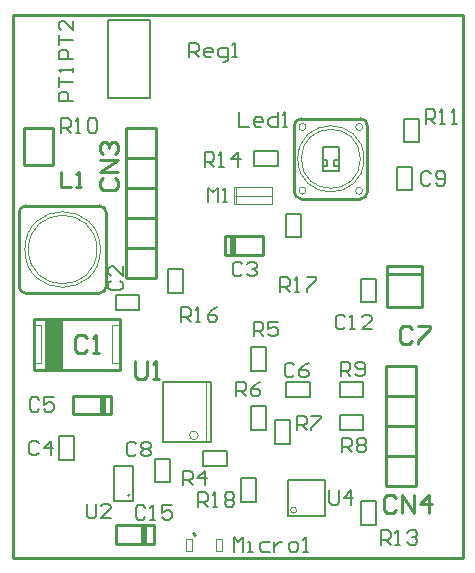
<source format=gto>
%FSLAX25Y25*%
%MOIN*%
G70*
G01*
G75*
%ADD10R,0.05906X0.03937*%
%ADD11R,0.03937X0.05906*%
%ADD12R,0.11024X0.07874*%
%ADD13R,0.05512X0.07087*%
%ADD14R,0.07874X0.14961*%
%ADD15R,0.10000X0.20000*%
%ADD16R,0.01700X0.06600*%
%ADD17R,0.15748X0.07874*%
%ADD18R,0.10000X0.03000*%
%ADD19R,0.09000X0.15000*%
%ADD20R,0.08465X0.05000*%
%ADD21R,0.03500X0.05000*%
%ADD22R,0.04200X0.02600*%
%ADD23R,0.05512X0.06299*%
%ADD24R,0.09449X0.06299*%
%ADD25C,0.02000*%
%ADD26C,0.05000*%
%ADD27C,0.06000*%
%ADD28C,0.04500*%
%ADD29C,0.05500*%
%ADD30C,0.01500*%
%ADD31C,0.03000*%
%ADD32C,0.04000*%
%ADD33C,0.02500*%
%ADD34C,0.01000*%
%ADD35R,0.08000X0.04428*%
%ADD36R,0.07572X0.06428*%
%ADD37R,0.06500X0.08500*%
%ADD38R,0.04500X0.03500*%
%ADD39R,0.04000X0.12000*%
%ADD40R,0.04700X0.09400*%
%ADD41R,0.10000X0.05200*%
%ADD42R,0.15100X0.28000*%
%ADD43R,0.08000X0.06500*%
%ADD44R,0.07500X0.03500*%
%ADD45C,0.07874*%
%ADD46C,0.13780*%
%ADD47C,0.10000*%
%ADD48C,0.04000*%
%ADD49C,0.07000*%
%ADD50C,0.05000*%
%ADD51R,0.04724X0.09449*%
%ADD52R,0.11024X0.04724*%
%ADD53R,0.23500X0.29000*%
%ADD54C,0.00394*%
%ADD55C,0.00200*%
%ADD56C,0.00300*%
%ADD57C,0.00197*%
%ADD58C,0.00500*%
%ADD59C,0.00787*%
%ADD60C,0.00050*%
%ADD61C,0.00800*%
%ADD62R,0.02100X0.06299*%
%ADD63R,0.06000X0.16929*%
%ADD64R,0.02100X0.06299*%
%ADD65R,0.02300X0.06299*%
D34*
X83295Y111976D02*
G03*
X85658Y109614I2362J0D01*
G01*
Y136386D02*
G03*
X83295Y134024I0J-2362D01*
G01*
X105342Y109614D02*
G03*
X107705Y111976I0J2362D01*
G01*
Y134024D02*
G03*
X105342Y136386I-2362J0D01*
G01*
X20667Y104972D02*
G03*
X18305Y107334I-2362J0D01*
G01*
X18305Y78200D02*
G03*
X20667Y80562I0J2362D01*
G01*
X-8467D02*
G03*
X-6105Y78200I2362J0D01*
G01*
X-6105Y107334D02*
G03*
X-8467Y104972I0J-2362D01*
G01*
X27100Y103100D02*
X27200Y103200D01*
X37100D01*
X27100Y113200D02*
X37100D01*
X27100Y123200D02*
X37100D01*
X27100Y133200D02*
X37100D01*
X27100Y83200D02*
Y133200D01*
Y83200D02*
X37100D01*
Y133200D01*
X27100Y93200D02*
X37100D01*
X114000Y23700D02*
X114100Y23800D01*
X124000D01*
X114000Y33800D02*
X124000D01*
X114000Y43800D02*
X124000D01*
X114000Y53800D02*
X124000D01*
X114000Y13800D02*
Y53800D01*
Y13800D02*
X124000D01*
Y53800D01*
X-6842Y120795D02*
X3000D01*
X-6842D02*
Y133394D01*
X3000D01*
Y120795D02*
Y133394D01*
X23821Y-5500D02*
X36419D01*
Y799D01*
X23821D02*
X36419D01*
X23821Y-5500D02*
Y799D01*
X-3581Y52735D02*
Y69665D01*
X25159Y52735D02*
Y69665D01*
X-3581D02*
X25159D01*
X-3581Y52735D02*
X25159D01*
X107705Y111976D02*
Y134024D01*
X83295Y111976D02*
Y134024D01*
X85658Y109614D02*
X105342D01*
X85658Y136386D02*
X105342D01*
X49600Y-1800D02*
X50100Y-2300D01*
X-6105Y107334D02*
X18305D01*
X20667Y80562D02*
Y104972D01*
X-6105Y78200D02*
X18305D01*
X-8467Y80562D02*
Y104972D01*
X60387Y91050D02*
X72986D01*
X60387Y97350D02*
X72986D01*
Y91050D02*
Y97350D01*
X60387Y91050D02*
Y97350D01*
X9720Y37800D02*
X22319D01*
Y44099D01*
X9720D02*
X22319D01*
X9720Y37800D02*
Y44099D01*
X125800Y73514D02*
Y87294D01*
X114383D02*
X125800D01*
X114383Y73514D02*
Y87294D01*
Y73514D02*
X125800D01*
X114483Y84594D02*
X125800D01*
X30100Y55698D02*
Y50700D01*
X31100Y49700D01*
X33099D01*
X34099Y50700D01*
Y55698D01*
X36098Y49700D02*
X38097D01*
X37098D01*
Y55698D01*
X36098Y54698D01*
X5600Y118698D02*
Y113700D01*
X8932D01*
X10598D02*
X12264D01*
X11431D01*
Y118698D01*
X10598Y117865D01*
X117099Y9998D02*
X116099Y10998D01*
X114100D01*
X113100Y9998D01*
Y6000D01*
X114100Y5000D01*
X116099D01*
X117099Y6000D01*
X119098Y5000D02*
Y10998D01*
X123097Y5000D01*
Y10998D01*
X128095Y5000D02*
Y10998D01*
X125096Y7999D01*
X129095D01*
X19602Y116699D02*
X18602Y115699D01*
Y113700D01*
X19602Y112700D01*
X23600D01*
X24600Y113700D01*
Y115699D01*
X23600Y116699D01*
X24600Y118698D02*
X18602D01*
X24600Y122697D01*
X18602D01*
X19602Y124696D02*
X18602Y125696D01*
Y127695D01*
X19602Y128695D01*
X20601D01*
X21601Y127695D01*
Y126696D01*
Y127695D01*
X22601Y128695D01*
X23600D01*
X24600Y127695D01*
Y125696D01*
X23600Y124696D01*
X122699Y66298D02*
X121699Y67298D01*
X119700D01*
X118700Y66298D01*
Y62300D01*
X119700Y61300D01*
X121699D01*
X122699Y62300D01*
X124698Y67298D02*
X128697D01*
Y66298D01*
X124698Y62300D01*
Y61300D01*
X14099Y63198D02*
X13099Y64198D01*
X11100D01*
X10100Y63198D01*
Y59200D01*
X11100Y58200D01*
X13099D01*
X14099Y59200D01*
X16098Y58200D02*
X18097D01*
X17098D01*
Y64198D01*
X16098Y63198D01*
X139500Y-10000D02*
Y171000D01*
X-10500Y-10000D02*
X139500D01*
X-10500Y171000D02*
X139500D01*
X-10500Y-10000D02*
Y171000D01*
D54*
X105342Y123000D02*
G03*
X105342Y123000I-9843J0D01*
G01*
X87232Y133630D02*
G03*
X87232Y133630I-1181J0D01*
G01*
Y112370D02*
G03*
X87232Y112370I-1181J0D01*
G01*
X106130D02*
G03*
X106130Y112370I-1181J0D01*
G01*
Y133630D02*
G03*
X106130Y133630I-1181J0D01*
G01*
X106524Y123000D02*
G03*
X106524Y123000I-11024J0D01*
G01*
X18698Y92767D02*
G03*
X18698Y92767I-12598J0D01*
G01*
X17517D02*
G03*
X17517Y92767I-11417J0D01*
G01*
X22600Y67499D02*
X24962D01*
X22600Y54901D02*
Y67499D01*
Y54901D02*
X25159D01*
X-3581D02*
X-1022D01*
Y67499D01*
X-3581D02*
X-1022D01*
X57116Y-7674D02*
X59084D01*
X47116D02*
X49084D01*
X57116Y-3737D02*
X59084D01*
Y-7674D02*
Y-3737D01*
X57116Y-7674D02*
Y-3737D01*
X47116D02*
X49084D01*
Y-7674D02*
Y-3737D01*
X47116Y-7674D02*
Y-3737D01*
D55*
X84100Y5887D02*
G03*
X84100Y5887I-1000J0D01*
G01*
X54000Y28638D02*
Y48323D01*
X63339Y113511D02*
X75839D01*
X63339Y107881D02*
Y113511D01*
Y107881D02*
X75839D01*
Y113511D01*
D56*
X51290Y30803D02*
G03*
X51290Y30803I-1438J0D01*
G01*
D57*
X28475Y10900D02*
G03*
X28475Y10900I-394J0D01*
G01*
D58*
X80639Y104700D02*
X85561D01*
Y96826D02*
Y104700D01*
X80639Y96826D02*
X85561D01*
X80639D02*
Y104700D01*
X5039Y22626D02*
Y30500D01*
Y22626D02*
X9961D01*
Y30500D01*
X5039D02*
X9961D01*
X80600Y43739D02*
X88474D01*
Y48661D01*
X80600D02*
X88474D01*
X80600Y43739D02*
Y48661D01*
X41961Y15200D02*
Y23074D01*
X37039D02*
X41961D01*
X37039Y15200D02*
Y23074D01*
Y15200D02*
X41961D01*
X122461Y112500D02*
Y120374D01*
X117539D02*
X122461D01*
X117539Y112500D02*
Y120374D01*
Y112500D02*
X122461D01*
X110561Y75200D02*
Y83074D01*
X105639D02*
X110561D01*
X105639Y75200D02*
Y83074D01*
Y75200D02*
X110561D01*
X52926Y25461D02*
X60800D01*
X52926Y20539D02*
Y25461D01*
Y20539D02*
X60800D01*
Y25461D01*
X69039Y52326D02*
Y60200D01*
Y52326D02*
X73961D01*
Y60200D01*
X69039D02*
X73961D01*
X69039Y32626D02*
Y40500D01*
Y32626D02*
X73961D01*
Y40500D01*
X69039D02*
X73961D01*
X81961Y28000D02*
Y35874D01*
X77039D02*
X81961D01*
X77039Y28000D02*
Y35874D01*
Y28000D02*
X81961D01*
X98500Y32539D02*
X106374D01*
Y37461D01*
X98500D02*
X106374D01*
X98500Y32539D02*
Y37461D01*
Y43739D02*
X106374D01*
Y48661D01*
X98500D02*
X106374D01*
X98500Y43739D02*
Y48661D01*
X124961Y128500D02*
Y136374D01*
X120039D02*
X124961D01*
X120039Y128500D02*
Y136374D01*
Y128500D02*
X124961D01*
X110461Y1000D02*
Y8874D01*
X105539D02*
X110461D01*
X105539Y1000D02*
Y8874D01*
Y1000D02*
X110461D01*
X70000Y120539D02*
X77874D01*
Y125461D01*
X70000D02*
X77874D01*
X70000Y120539D02*
Y125461D01*
X41139Y78326D02*
Y86200D01*
Y78326D02*
X46061D01*
Y86200D01*
X41139D02*
X46061D01*
X70561Y8700D02*
Y16574D01*
X65639D02*
X70561D01*
X65639Y8700D02*
Y16574D01*
Y8700D02*
X70561D01*
X23726Y77661D02*
X31600D01*
X23726Y72739D02*
Y77661D01*
Y72739D02*
X31600D01*
Y77661D01*
X92941Y119063D02*
Y126937D01*
Y119063D02*
X98059D01*
Y126937D01*
X92941D02*
X98059D01*
X92941Y120638D02*
X94319D01*
Y122606D01*
X92941D02*
X94319D01*
X96681D02*
X98059D01*
X96681Y120638D02*
Y122606D01*
Y120638D02*
X98059D01*
X81200Y16087D02*
X93400D01*
Y3887D02*
Y16087D01*
X81200Y3887D02*
Y16087D01*
Y3887D02*
X93400D01*
X55500Y28500D02*
Y48500D01*
X39400Y28500D02*
X55500D01*
X39400D02*
Y48500D01*
X55500D01*
X23232Y9031D02*
Y20449D01*
Y9031D02*
X29630D01*
Y20449D01*
X23232D02*
X29630D01*
D59*
X21309Y143153D02*
Y169137D01*
Y143153D02*
X35285D01*
Y169137D01*
X21309D02*
X35285D01*
X-1851Y28136D02*
X-2639Y28923D01*
X-4213D01*
X-5000Y28136D01*
Y24987D01*
X-4213Y24200D01*
X-2639D01*
X-1851Y24987D01*
X2084Y24200D02*
Y28923D01*
X-277Y26561D01*
X2871D01*
D60*
X63832Y107881D02*
Y113511D01*
X63339Y110637D02*
X75839D01*
D61*
X78600Y78700D02*
Y83499D01*
X80999D01*
X81799Y82699D01*
Y81099D01*
X80999Y80300D01*
X78600D01*
X80199D02*
X81799Y78700D01*
X83398D02*
X84998D01*
X84198D01*
Y83499D01*
X83398Y82699D01*
X87397Y83499D02*
X90596D01*
Y82699D01*
X87397Y79500D01*
Y78700D01*
X48300Y156900D02*
Y161698D01*
X50699D01*
X51499Y160899D01*
Y159299D01*
X50699Y158500D01*
X48300D01*
X49900D02*
X51499Y156900D01*
X55498D02*
X53898D01*
X53098Y157700D01*
Y159299D01*
X53898Y160099D01*
X55498D01*
X56297Y159299D01*
Y158500D01*
X53098D01*
X59496Y155300D02*
X60296D01*
X61096Y156100D01*
Y160099D01*
X58697D01*
X57897Y159299D01*
Y157700D01*
X58697Y156900D01*
X61096D01*
X62695D02*
X64295D01*
X63495D01*
Y161698D01*
X62695Y160899D01*
X63100Y-7900D02*
Y-3101D01*
X64700Y-4701D01*
X66299Y-3101D01*
Y-7900D01*
X67898D02*
X69498D01*
X68698D01*
Y-4701D01*
X67898D01*
X75096D02*
X72697D01*
X71897Y-5501D01*
Y-7100D01*
X72697Y-7900D01*
X75096D01*
X76696Y-4701D02*
Y-7900D01*
Y-6301D01*
X77495Y-5501D01*
X78295Y-4701D01*
X79095D01*
X82294Y-7900D02*
X83893D01*
X84693Y-7100D01*
Y-5501D01*
X83893Y-4701D01*
X82294D01*
X81494Y-5501D01*
Y-7100D01*
X82294Y-7900D01*
X86292D02*
X87892D01*
X87092D01*
Y-3101D01*
X86292Y-3901D01*
X33699Y6699D02*
X32899Y7498D01*
X31300D01*
X30500Y6699D01*
Y3500D01*
X31300Y2700D01*
X32899D01*
X33699Y3500D01*
X35298Y2700D02*
X36898D01*
X36098D01*
Y7498D01*
X35298Y6699D01*
X42496Y7498D02*
X39297D01*
Y5099D01*
X40897Y5899D01*
X41696D01*
X42496Y5099D01*
Y3500D01*
X41696Y2700D01*
X40097D01*
X39297Y3500D01*
X95000Y12498D02*
Y8500D01*
X95800Y7700D01*
X97399D01*
X98199Y8500D01*
Y12498D01*
X102198Y7700D02*
Y12498D01*
X99799Y10099D01*
X102997D01*
X14100Y8098D02*
Y4100D01*
X14900Y3300D01*
X16499D01*
X17299Y4100D01*
Y8098D01*
X22097Y3300D02*
X18898D01*
X22097Y6499D01*
Y7299D01*
X21298Y8098D01*
X19698D01*
X18898Y7299D01*
X51300Y7000D02*
Y11798D01*
X53699D01*
X54499Y10999D01*
Y9399D01*
X53699Y8600D01*
X51300D01*
X52899D02*
X54499Y7000D01*
X56099D02*
X57698D01*
X56898D01*
Y11798D01*
X56099Y10999D01*
X60097D02*
X60897Y11798D01*
X62496D01*
X63296Y10999D01*
Y10199D01*
X62496Y9399D01*
X63296Y8600D01*
Y7800D01*
X62496Y7000D01*
X60897D01*
X60097Y7800D01*
Y8600D01*
X60897Y9399D01*
X60097Y10199D01*
Y10999D01*
X60897Y9399D02*
X62496D01*
X45600Y68700D02*
Y73498D01*
X47999D01*
X48799Y72699D01*
Y71099D01*
X47999Y70300D01*
X45600D01*
X47199D02*
X48799Y68700D01*
X50398D02*
X51998D01*
X51198D01*
Y73498D01*
X50398Y72699D01*
X57596Y73498D02*
X55997Y72699D01*
X54397Y71099D01*
Y69500D01*
X55197Y68700D01*
X56796D01*
X57596Y69500D01*
Y70300D01*
X56796Y71099D01*
X54397D01*
X53400Y120400D02*
Y125198D01*
X55799D01*
X56599Y124399D01*
Y122799D01*
X55799Y122000D01*
X53400D01*
X55000D02*
X56599Y120400D01*
X58198D02*
X59798D01*
X58998D01*
Y125198D01*
X58198Y124399D01*
X64596Y120400D02*
Y125198D01*
X62197Y122799D01*
X65396D01*
X112200Y-5600D02*
Y-802D01*
X114599D01*
X115399Y-1601D01*
Y-3201D01*
X114599Y-4000D01*
X112200D01*
X113800D02*
X115399Y-5600D01*
X116999D02*
X118598D01*
X117798D01*
Y-802D01*
X116999Y-1601D01*
X120997D02*
X121797Y-802D01*
X123396D01*
X124196Y-1601D01*
Y-2401D01*
X123396Y-3201D01*
X122597D01*
X123396D01*
X124196Y-4000D01*
Y-4800D01*
X123396Y-5600D01*
X121797D01*
X120997Y-4800D01*
X127100Y134700D02*
Y139498D01*
X129499D01*
X130299Y138699D01*
Y137099D01*
X129499Y136300D01*
X127100D01*
X128700D02*
X130299Y134700D01*
X131898D02*
X133498D01*
X132698D01*
Y139498D01*
X131898Y138699D01*
X135897Y134700D02*
X137497D01*
X136697D01*
Y139498D01*
X135897Y138699D01*
X5600Y131700D02*
Y136498D01*
X7999D01*
X8799Y135699D01*
Y134099D01*
X7999Y133300D01*
X5600D01*
X7199D02*
X8799Y131700D01*
X10398D02*
X11998D01*
X11198D01*
Y136498D01*
X10398Y135699D01*
X14397D02*
X15197Y136498D01*
X16796D01*
X17596Y135699D01*
Y132500D01*
X16796Y131700D01*
X15197D01*
X14397Y132500D01*
Y135699D01*
X98800Y50600D02*
Y55398D01*
X101199D01*
X101999Y54599D01*
Y52999D01*
X101199Y52200D01*
X98800D01*
X100399D02*
X101999Y50600D01*
X103598Y51400D02*
X104398Y50600D01*
X105998D01*
X106797Y51400D01*
Y54599D01*
X105998Y55398D01*
X104398D01*
X103598Y54599D01*
Y53799D01*
X104398Y52999D01*
X106797D01*
X99300Y25200D02*
Y29998D01*
X101699D01*
X102499Y29199D01*
Y27599D01*
X101699Y26799D01*
X99300D01*
X100900D02*
X102499Y25200D01*
X104098Y29199D02*
X104898Y29998D01*
X106498D01*
X107297Y29199D01*
Y28399D01*
X106498Y27599D01*
X107297Y26799D01*
Y26000D01*
X106498Y25200D01*
X104898D01*
X104098Y26000D01*
Y26799D01*
X104898Y27599D01*
X104098Y28399D01*
Y29199D01*
X104898Y27599D02*
X106498D01*
X84200Y32600D02*
Y37398D01*
X86599D01*
X87399Y36599D01*
Y34999D01*
X86599Y34200D01*
X84200D01*
X85799D02*
X87399Y32600D01*
X88999Y37398D02*
X92197D01*
Y36599D01*
X88999Y33400D01*
Y32600D01*
X64000Y43900D02*
Y48698D01*
X66399D01*
X67199Y47899D01*
Y46299D01*
X66399Y45500D01*
X64000D01*
X65600D02*
X67199Y43900D01*
X71997Y48698D02*
X70398Y47899D01*
X68799Y46299D01*
Y44700D01*
X69598Y43900D01*
X71198D01*
X71997Y44700D01*
Y45500D01*
X71198Y46299D01*
X68799D01*
X69800Y63900D02*
Y68699D01*
X72199D01*
X72999Y67899D01*
Y66299D01*
X72199Y65500D01*
X69800D01*
X71399D02*
X72999Y63900D01*
X77797Y68699D02*
X74598D01*
Y66299D01*
X76198Y67099D01*
X76998D01*
X77797Y66299D01*
Y64700D01*
X76998Y63900D01*
X75398D01*
X74598Y64700D01*
X46200Y14200D02*
Y18998D01*
X48599D01*
X49399Y18199D01*
Y16599D01*
X48599Y15800D01*
X46200D01*
X47800D02*
X49399Y14200D01*
X53398D02*
Y18998D01*
X50999Y16599D01*
X54197D01*
X9600Y156200D02*
X4802D01*
Y158599D01*
X5601Y159399D01*
X7201D01*
X8000Y158599D01*
Y156200D01*
X4802Y160998D02*
Y164197D01*
Y162598D01*
X9600D01*
Y168996D02*
Y165797D01*
X6401Y168996D01*
X5601D01*
X4802Y168196D01*
Y166597D01*
X5601Y165797D01*
X9600Y142200D02*
X4802D01*
Y144599D01*
X5601Y145399D01*
X7201D01*
X8000Y144599D01*
Y142200D01*
X4802Y146999D02*
Y150197D01*
Y148598D01*
X9600D01*
Y151797D02*
Y153396D01*
Y152597D01*
X4802D01*
X5601Y151797D01*
X54600Y108600D02*
Y113399D01*
X56200Y111799D01*
X57799Y113399D01*
Y108600D01*
X59399D02*
X60998D01*
X60198D01*
Y113399D01*
X59399Y112599D01*
X65000Y138498D02*
Y133700D01*
X68199D01*
X72198D02*
X70598D01*
X69798Y134500D01*
Y136099D01*
X70598Y136899D01*
X72198D01*
X72997Y136099D01*
Y135300D01*
X69798D01*
X77796Y138498D02*
Y133700D01*
X75397D01*
X74597Y134500D01*
Y136099D01*
X75397Y136899D01*
X77796D01*
X79395Y133700D02*
X80995D01*
X80195D01*
Y138498D01*
X79395Y137699D01*
X100299Y70199D02*
X99499Y70999D01*
X97900D01*
X97100Y70199D01*
Y67000D01*
X97900Y66200D01*
X99499D01*
X100299Y67000D01*
X101899Y66200D02*
X103498D01*
X102698D01*
Y70999D01*
X101899Y70199D01*
X109096Y66200D02*
X105897D01*
X109096Y69399D01*
Y70199D01*
X108296Y70999D01*
X106697D01*
X105897Y70199D01*
X128799Y117999D02*
X127999Y118798D01*
X126400D01*
X125600Y117999D01*
Y114800D01*
X126400Y114000D01*
X127999D01*
X128799Y114800D01*
X130398D02*
X131198Y114000D01*
X132798D01*
X133597Y114800D01*
Y117999D01*
X132798Y118798D01*
X131198D01*
X130398Y117999D01*
Y117199D01*
X131198Y116399D01*
X133597D01*
X30699Y27799D02*
X29899Y28598D01*
X28300D01*
X27500Y27799D01*
Y24600D01*
X28300Y23800D01*
X29899D01*
X30699Y24600D01*
X32298Y27799D02*
X33098Y28598D01*
X34698D01*
X35497Y27799D01*
Y26999D01*
X34698Y26199D01*
X35497Y25400D01*
Y24600D01*
X34698Y23800D01*
X33098D01*
X32298Y24600D01*
Y25400D01*
X33098Y26199D01*
X32298Y26999D01*
Y27799D01*
X33098Y26199D02*
X34698D01*
X83299Y54299D02*
X82499Y55098D01*
X80900D01*
X80100Y54299D01*
Y51100D01*
X80900Y50300D01*
X82499D01*
X83299Y51100D01*
X88097Y55098D02*
X86498Y54299D01*
X84899Y52699D01*
Y51100D01*
X85698Y50300D01*
X87298D01*
X88097Y51100D01*
Y51899D01*
X87298Y52699D01*
X84899D01*
X-1701Y42699D02*
X-2501Y43499D01*
X-4100D01*
X-4900Y42699D01*
Y39500D01*
X-4100Y38700D01*
X-2501D01*
X-1701Y39500D01*
X3097Y43499D02*
X-102D01*
Y41099D01*
X1498Y41899D01*
X2298D01*
X3097Y41099D01*
Y39500D01*
X2298Y38700D01*
X698D01*
X-102Y39500D01*
X65999Y87799D02*
X65199Y88599D01*
X63600D01*
X62800Y87799D01*
Y84600D01*
X63600Y83800D01*
X65199D01*
X65999Y84600D01*
X67598Y87799D02*
X68398Y88599D01*
X69998D01*
X70797Y87799D01*
Y86999D01*
X69998Y86199D01*
X69198D01*
X69998D01*
X70797Y85400D01*
Y84600D01*
X69998Y83800D01*
X68398D01*
X67598Y84600D01*
X22101Y82399D02*
X21302Y81599D01*
Y80000D01*
X22101Y79200D01*
X25300D01*
X26100Y80000D01*
Y81599D01*
X25300Y82399D01*
X26100Y87197D02*
Y83999D01*
X22901Y87197D01*
X22101D01*
X21302Y86398D01*
Y84798D01*
X22101Y83999D01*
D62*
X33150Y-2350D02*
D03*
D63*
X3387Y61200D02*
D03*
D64*
X62944Y94227D02*
D03*
D65*
X19550Y40950D02*
D03*
M02*

</source>
